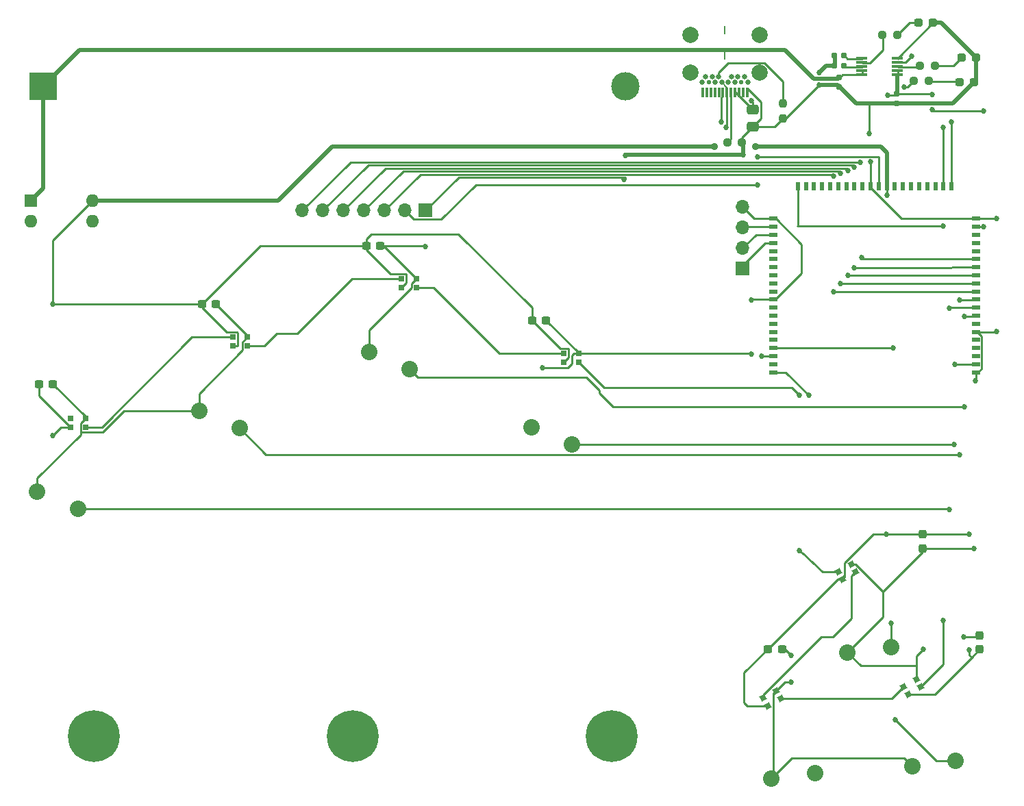
<source format=gbr>
%TF.GenerationSoftware,KiCad,Pcbnew,(5.99.0-9634-gb691c18bfc)*%
%TF.CreationDate,2021-03-09T21:57:16+01:00*%
%TF.ProjectId,keychordz,6b657963-686f-4726-947a-2e6b69636164,rev?*%
%TF.SameCoordinates,Original*%
%TF.FileFunction,Copper,L1,Top*%
%TF.FilePolarity,Positive*%
%FSLAX46Y46*%
G04 Gerber Fmt 4.6, Leading zero omitted, Abs format (unit mm)*
G04 Created by KiCad (PCBNEW (5.99.0-9634-gb691c18bfc)) date 2021-03-09 21:57:16*
%MOMM*%
%LPD*%
G01*
G04 APERTURE LIST*
G04 Aperture macros list*
%AMRoundRect*
0 Rectangle with rounded corners*
0 $1 Rounding radius*
0 $2 $3 $4 $5 $6 $7 $8 $9 X,Y pos of 4 corners*
0 Add a 4 corners polygon primitive as box body*
4,1,4,$2,$3,$4,$5,$6,$7,$8,$9,$2,$3,0*
0 Add four circle primitives for the rounded corners*
1,1,$1+$1,$2,$3*
1,1,$1+$1,$4,$5*
1,1,$1+$1,$6,$7*
1,1,$1+$1,$8,$9*
0 Add four rect primitives between the rounded corners*
20,1,$1+$1,$2,$3,$4,$5,0*
20,1,$1+$1,$4,$5,$6,$7,0*
20,1,$1+$1,$6,$7,$8,$9,0*
20,1,$1+$1,$8,$9,$2,$3,0*%
%AMRotRect*
0 Rectangle, with rotation*
0 The origin of the aperture is its center*
0 $1 length*
0 $2 width*
0 $3 Rotation angle, in degrees counterclockwise*
0 Add horizontal line*
21,1,$1,$2,0,0,$3*%
G04 Aperture macros list end*
%TA.AperFunction,SMDPad,CuDef*%
%ADD10R,0.200000X1.000000*%
%TD*%
%TA.AperFunction,ComponentPad*%
%ADD11C,2.010000*%
%TD*%
%TA.AperFunction,ComponentPad*%
%ADD12C,0.550000*%
%TD*%
%TA.AperFunction,ComponentPad*%
%ADD13C,0.650000*%
%TD*%
%TA.AperFunction,SMDPad,CuDef*%
%ADD14R,0.300000X1.200000*%
%TD*%
%TA.AperFunction,ComponentPad*%
%ADD15C,0.800000*%
%TD*%
%TA.AperFunction,ComponentPad*%
%ADD16C,6.400000*%
%TD*%
%TA.AperFunction,ComponentPad*%
%ADD17R,1.600000X1.600000*%
%TD*%
%TA.AperFunction,ComponentPad*%
%ADD18O,1.600000X1.600000*%
%TD*%
%TA.AperFunction,SMDPad,CuDef*%
%ADD19RoundRect,0.237500X-0.250000X-0.237500X0.250000X-0.237500X0.250000X0.237500X-0.250000X0.237500X0*%
%TD*%
%TA.AperFunction,SMDPad,CuDef*%
%ADD20R,0.700000X0.700000*%
%TD*%
%TA.AperFunction,SMDPad,CuDef*%
%ADD21RoundRect,0.237500X-0.287500X-0.237500X0.287500X-0.237500X0.287500X0.237500X-0.287500X0.237500X0*%
%TD*%
%TA.AperFunction,ComponentPad*%
%ADD22C,2.032000*%
%TD*%
%TA.AperFunction,SMDPad,CuDef*%
%ADD23RotRect,0.700000X0.700000X30.000000*%
%TD*%
%TA.AperFunction,SMDPad,CuDef*%
%ADD24R,1.000000X0.600000*%
%TD*%
%TA.AperFunction,SMDPad,CuDef*%
%ADD25R,0.600000X1.000000*%
%TD*%
%TA.AperFunction,SMDPad,CuDef*%
%ADD26RoundRect,0.237500X-0.237500X0.250000X-0.237500X-0.250000X0.237500X-0.250000X0.237500X0.250000X0*%
%TD*%
%TA.AperFunction,SMDPad,CuDef*%
%ADD27RoundRect,0.237500X0.250000X0.237500X-0.250000X0.237500X-0.250000X-0.237500X0.250000X-0.237500X0*%
%TD*%
%TA.AperFunction,SMDPad,CuDef*%
%ADD28RoundRect,0.160000X-0.197500X-0.160000X0.197500X-0.160000X0.197500X0.160000X-0.197500X0.160000X0*%
%TD*%
%TA.AperFunction,SMDPad,CuDef*%
%ADD29RoundRect,0.237500X-0.300000X-0.237500X0.300000X-0.237500X0.300000X0.237500X-0.300000X0.237500X0*%
%TD*%
%TA.AperFunction,SMDPad,CuDef*%
%ADD30RoundRect,0.250000X-0.475000X0.337500X-0.475000X-0.337500X0.475000X-0.337500X0.475000X0.337500X0*%
%TD*%
%TA.AperFunction,SMDPad,CuDef*%
%ADD31RoundRect,0.160000X0.197500X0.160000X-0.197500X0.160000X-0.197500X-0.160000X0.197500X-0.160000X0*%
%TD*%
%TA.AperFunction,ComponentPad*%
%ADD32R,1.700000X1.700000*%
%TD*%
%TA.AperFunction,ComponentPad*%
%ADD33O,1.700000X1.700000*%
%TD*%
%TA.AperFunction,SMDPad,CuDef*%
%ADD34R,1.400000X0.300000*%
%TD*%
%TA.AperFunction,SMDPad,CuDef*%
%ADD35RoundRect,0.237500X0.237500X-0.300000X0.237500X0.300000X-0.237500X0.300000X-0.237500X-0.300000X0*%
%TD*%
%TA.AperFunction,SMDPad,CuDef*%
%ADD36RoundRect,0.155000X-0.155000X0.212500X-0.155000X-0.212500X0.155000X-0.212500X0.155000X0.212500X0*%
%TD*%
%TA.AperFunction,ComponentPad*%
%ADD37R,3.500000X3.500000*%
%TD*%
%TA.AperFunction,ComponentPad*%
%ADD38C,3.500000*%
%TD*%
%TA.AperFunction,SMDPad,CuDef*%
%ADD39RoundRect,0.237500X-0.237500X0.300000X-0.237500X-0.300000X0.237500X-0.300000X0.237500X0.300000X0*%
%TD*%
%TA.AperFunction,ViaPad*%
%ADD40C,0.889000*%
%TD*%
%TA.AperFunction,ViaPad*%
%ADD41C,0.685800*%
%TD*%
%TA.AperFunction,Conductor*%
%ADD42C,0.254000*%
%TD*%
%TA.AperFunction,Conductor*%
%ADD43C,0.127000*%
%TD*%
%TA.AperFunction,Conductor*%
%ADD44C,0.508000*%
%TD*%
G04 APERTURE END LIST*
D10*
%TO.P,J1,MP2*%
%TO.N,N/C*%
X100000000Y-15700000D03*
%TO.P,J1,MP1*%
X100000000Y-18800000D03*
D11*
%TO.P,J1,MH4*%
X95730000Y-16250000D03*
%TO.P,J1,MH3*%
X104270000Y-16250000D03*
%TO.P,J1,MH2*%
X95730000Y-20980000D03*
%TO.P,J1,MH1*%
X104270000Y-20980000D03*
D12*
%TO.P,J1,GR1*%
X102000000Y-22130000D03*
%TO.P,J1,GN1*%
X98000000Y-22130000D03*
D13*
%TO.P,J1,B12*%
X102800000Y-22130000D03*
%TO.P,J1,B11*%
X102400000Y-21420000D03*
%TO.P,J1,B10*%
X101600000Y-21420000D03*
%TO.P,J1,B9*%
X101200000Y-22130000D03*
%TO.P,J1,B8,SBU2*%
%TO.N,unconnected-(J1-PadB8)*%
X100800000Y-21420000D03*
%TO.P,J1,B7,D-*%
%TO.N,USB_D-*%
X100400000Y-22130000D03*
%TO.P,J1,B6,D+*%
%TO.N,USB_D+*%
X99600000Y-22130000D03*
%TO.P,J1,B5,CC2*%
%TO.N,Net-(J1-PadB5)*%
X99200000Y-21420000D03*
%TO.P,J1,B4*%
%TO.N,N/C*%
X98800000Y-22130000D03*
%TO.P,J1,B3*%
X98400000Y-21420000D03*
%TO.P,J1,B2*%
X97600000Y-21420000D03*
%TO.P,J1,B1*%
X97200000Y-22130000D03*
D14*
%TO.P,J1,A12*%
X97250000Y-23380000D03*
%TO.P,J1,A11*%
X97750000Y-23380000D03*
%TO.P,J1,A10*%
X98250000Y-23380000D03*
%TO.P,J1,A9*%
X98750000Y-23380000D03*
%TO.P,J1,A8,SBU1*%
%TO.N,unconnected-(J1-PadA8)*%
X99250000Y-23380000D03*
%TO.P,J1,A7,D-*%
%TO.N,USB_D-*%
X99750000Y-23380000D03*
%TO.P,J1,A6,D+*%
%TO.N,USB_D+*%
X100250000Y-23380000D03*
%TO.P,J1,A5,CC1*%
%TO.N,Net-(J1-PadA5)*%
X100750000Y-23380000D03*
%TO.P,J1,A4,VBUS*%
%TO.N,+5V*%
X101250000Y-23380000D03*
%TO.P,J1,A3*%
%TO.N,N/C*%
X101750000Y-23380000D03*
%TO.P,J1,A2*%
X102250000Y-23380000D03*
%TO.P,J1,A1,GND*%
%TO.N,GND*%
X102750000Y-23380000D03*
%TD*%
D15*
%TO.P,MNT1,1*%
%TO.N,N/C*%
X87697056Y-104697056D03*
X83600000Y-103000000D03*
X84302944Y-104697056D03*
X84302944Y-101302944D03*
X86000000Y-105400000D03*
X86000000Y-100600000D03*
X88400000Y-103000000D03*
D16*
X86000000Y-103000000D03*
D15*
X87697056Y-101302944D03*
%TD*%
%TO.P,MNT2,1*%
%TO.N,N/C*%
X56400000Y-103000000D03*
X54000000Y-105400000D03*
X52302944Y-104697056D03*
X52302944Y-101302944D03*
X54000000Y-100600000D03*
X51600000Y-103000000D03*
D16*
X54000000Y-103000000D03*
D15*
X55697056Y-101302944D03*
X55697056Y-104697056D03*
%TD*%
D16*
%TO.P,MNT3,1*%
%TO.N,N/C*%
X22000000Y-103000000D03*
D15*
X19600000Y-103000000D03*
X20302944Y-104697056D03*
X22000000Y-105400000D03*
X24400000Y-103000000D03*
X20302944Y-101302944D03*
X23697056Y-104697056D03*
X23697056Y-101302944D03*
X22000000Y-100600000D03*
%TD*%
D17*
%TO.P,SW9,2,B*%
%TO.N,V_BAT_SW*%
X14200000Y-36750000D03*
D18*
%TO.P,SW9,4*%
%TO.N,N/C*%
X14200000Y-39290000D03*
%TO.P,SW9,3*%
X21820000Y-39290000D03*
%TO.P,SW9,1,A*%
%TO.N,V_BAT*%
X21820000Y-36750000D03*
%TD*%
D19*
%TO.P,R3,1*%
%TO.N,Net-(J1-PadA5)*%
X100265500Y-29620000D03*
%TO.P,R3,2*%
%TO.N,GND*%
X102090500Y-29620000D03*
%TD*%
D20*
%TO.P,D8,1,VDD*%
%TO.N,V_BAT*%
X60003000Y-47525000D03*
%TO.P,D8,2,DOUT*%
%TO.N,Net-(D7-Pad4)*%
X61833000Y-47525000D03*
%TO.P,D8,3,VSS*%
%TO.N,GND*%
X61833000Y-46425000D03*
%TO.P,D8,4,DIN*%
%TO.N,Net-(D8-Pad4)*%
X60003000Y-46425000D03*
%TD*%
D21*
%TO.P,D1,1,K*%
%TO.N,Net-(D1-Pad1)*%
X129247000Y-19084000D03*
%TO.P,D1,2,A*%
%TO.N,GND*%
X130997000Y-19084000D03*
%TD*%
%TO.P,D3,1,K*%
%TO.N,Net-(D3-Pad1)*%
X123913000Y-14766000D03*
%TO.P,D3,2,A*%
%TO.N,GND*%
X125663000Y-14766000D03*
%TD*%
D22*
%TO.P,SW1,1,1*%
%TO.N,Net-(SW1-Pad1)*%
X128516000Y-106061550D03*
%TO.P,SW1,2,2*%
%TO.N,GND*%
X123135873Y-106742897D03*
%TD*%
D23*
%TO.P,D4,1,VDD*%
%TO.N,V_BAT*%
X122622587Y-97815814D03*
%TO.P,D4,2,DOUT*%
%TO.N,Net-(D4-Pad2)*%
X124207413Y-96900814D03*
%TO.P,D4,3,VSS*%
%TO.N,GND*%
X123657413Y-95948186D03*
%TO.P,D4,4,DIN*%
%TO.N,Net-(D4-Pad4)*%
X122072587Y-96863186D03*
%TD*%
D24*
%TO.P,U1,A8,AIN7/P0.31*%
%TO.N,Net-(SW4-Pad1)*%
X131000000Y-57000000D03*
%TO.P,U1,A10,AIN5/P0.29*%
%TO.N,unconnected-(U1-PadA10)*%
X131000000Y-55000000D03*
%TO.P,U1,A12,AIN0/P0.02*%
%TO.N,unconnected-(U1-PadA12)*%
X131000000Y-56000000D03*
%TO.P,U1,A14,P1.15*%
%TO.N,Net-(SW2-Pad1)*%
X106000000Y-56000000D03*
%TO.P,U1,A16,P1.13*%
%TO.N,unconnected-(U1-PadA16)*%
X106000000Y-54000000D03*
%TO.P,U1,A20,P1.10*%
%TO.N,unconnected-(U1-PadA20)*%
X106000000Y-51000000D03*
%TO.P,U1,AA24,SWDCLK*%
%TO.N,SWDCLK*%
X106000000Y-42000000D03*
D25*
%TO.P,U1,AC9,P0.14*%
%TO.N,unconnected-(U1-PadAC9)*%
X125000000Y-35000000D03*
%TO.P,U1,AC11,P0.16*%
%TO.N,unconnected-(U1-PadAC11)*%
X123000000Y-35000000D03*
D24*
%TO.P,U1,AC13,P0.18/~RESET*%
%TO.N,RST*%
X106000000Y-40000000D03*
D25*
%TO.P,U1,AC15,P0.19*%
%TO.N,unconnected-(U1-PadAC15)*%
X121000000Y-35000000D03*
%TO.P,U1,AC17,P0.21*%
%TO.N,unconnected-(U1-PadAC17)*%
X114000000Y-35000000D03*
%TO.P,U1,AC19,P0.23*%
%TO.N,unconnected-(U1-PadAC19)*%
X112000000Y-35000000D03*
%TO.P,U1,AC21,P0.25*%
%TO.N,unconnected-(U1-PadAC21)*%
X110000000Y-35000000D03*
D24*
%TO.P,U1,AC24,SWDIO*%
%TO.N,SWDIO*%
X106000000Y-41000000D03*
%TO.P,U1,AD2,VBUS*%
%TO.N,+5V*%
X131000000Y-40000000D03*
D25*
%TO.P,U1,AD4,D-*%
%TO.N,USB_D-*%
X128000000Y-35000000D03*
%TO.P,U1,AD6,D+*%
%TO.N,USB_D+*%
X127000000Y-35000000D03*
%TO.P,U1,AD8,P0.13*%
%TO.N,unconnected-(U1-PadAD8)*%
X126000000Y-35000000D03*
%TO.P,U1,AD10,P0.15*%
%TO.N,unconnected-(U1-PadAD10)*%
X124000000Y-35000000D03*
%TO.P,U1,AD12,P0.17*%
%TO.N,unconnected-(U1-PadAD12)*%
X122000000Y-35000000D03*
%TO.P,U1,AD16,P0.20*%
%TO.N,unconnected-(U1-PadAD16)*%
X115000000Y-35000000D03*
%TO.P,U1,AD18,P0.22*%
%TO.N,unconnected-(U1-PadAD18)*%
X113000000Y-35000000D03*
%TO.P,U1,AD20,P0.24*%
%TO.N,unconnected-(U1-PadAD20)*%
X111000000Y-35000000D03*
%TO.P,U1,AD22,TRACEDATA0/P1.00*%
%TO.N,Net-(D4-Pad2)*%
X109000000Y-35000000D03*
%TO.P,U1,B1,VDD*%
%TO.N,Net-(J3-Pad2)*%
X119000000Y-35000000D03*
D24*
%TO.P,U1,B7,VSS*%
%TO.N,GND*%
X131000000Y-58000000D03*
X106000000Y-39000000D03*
D25*
X118000000Y-35000000D03*
D24*
X131000000Y-53000000D03*
X131000000Y-39000000D03*
X106000000Y-49000000D03*
%TO.P,U1,B9,AIN6/P0.30*%
%TO.N,unconnected-(U1-PadB9)*%
X131000000Y-54000000D03*
%TO.P,U1,B11,AIN4/P0.28*%
%TO.N,Net-(SW1-Pad1)*%
X106000000Y-58000000D03*
%TO.P,U1,B13,AIN1/P0.03*%
%TO.N,unconnected-(U1-PadB13)*%
X106000000Y-57000000D03*
%TO.P,U1,B15,P1.14*%
%TO.N,Net-(SW3-Pad1)*%
X106000000Y-55000000D03*
%TO.P,U1,B17,P1.12*%
%TO.N,unconnected-(U1-PadB17)*%
X106000000Y-53000000D03*
%TO.P,U1,B19,P1.11*%
%TO.N,unconnected-(U1-PadB19)*%
X106000000Y-52000000D03*
%TO.P,U1,G1,P0.26*%
%TO.N,Net-(SW5-Pad1)*%
X131000000Y-51000000D03*
%TO.P,U1,H2,P0.27*%
%TO.N,Net-(SW6-Pad1)*%
X131000000Y-50000000D03*
%TO.P,U1,J1,AIN2/P0.04*%
%TO.N,Net-(SW7-Pad1)*%
X131000000Y-49000000D03*
%TO.P,U1,J24,NFC2/P0.10*%
%TO.N,unconnected-(U1-PadJ24)*%
X106000000Y-50000000D03*
%TO.P,U1,K2,AIN3/P0.05*%
%TO.N,Net-(J3-Pad3)*%
X131000000Y-48000000D03*
%TO.P,U1,L1,P0.06*%
%TO.N,Net-(J3-Pad4)*%
X131000000Y-47000000D03*
%TO.P,U1,L24,NFC1/P0.09*%
%TO.N,unconnected-(U1-PadL24)*%
X106000000Y-48000000D03*
%TO.P,U1,M2,TRACECLK/P0.07*%
%TO.N,Net-(J3-Pad5)*%
X131000000Y-46000000D03*
%TO.P,U1,N1,P0.08*%
%TO.N,Net-(J3-Pad6)*%
X131000000Y-45000000D03*
%TO.P,U1,P2,P1.08*%
%TO.N,Net-(J3-Pad7)*%
X131000000Y-44000000D03*
%TO.P,U1,P23,P1.07*%
%TO.N,unconnected-(U1-PadP23)*%
X106000000Y-47000000D03*
%TO.P,U1,R1,TRACEDATA3/P1.09*%
%TO.N,unconnected-(U1-PadR1)*%
X131000000Y-43000000D03*
%TO.P,U1,R24,P1.06*%
%TO.N,unconnected-(U1-PadR24)*%
X106000000Y-46000000D03*
%TO.P,U1,T2,TRACEDATA2/P0.11*%
%TO.N,unconnected-(U1-PadT2)*%
X131000000Y-41000000D03*
%TO.P,U1,T23,P1.05*%
%TO.N,unconnected-(U1-PadT23)*%
X106000000Y-45000000D03*
%TO.P,U1,U1,TRACEDATA1/P0.12*%
%TO.N,unconnected-(U1-PadU1)*%
X131000000Y-42000000D03*
%TO.P,U1,U24,P1.04*%
%TO.N,unconnected-(U1-PadU24)*%
X106000000Y-44000000D03*
%TO.P,U1,V23,P1.03*%
%TO.N,unconnected-(U1-PadV23)*%
X106000000Y-43000000D03*
%TO.P,U1,W1,VDD*%
%TO.N,unconnected-(U1-PadW1)*%
X131000000Y-52000000D03*
D25*
%TO.P,U1,W25*%
%TO.N,N/C*%
X116000000Y-35000000D03*
%TO.P,U1,Y2,VDDH*%
%TO.N,V_BAT*%
X120000000Y-35000000D03*
%TO.P,U1,Y23,P1.01*%
%TO.N,unconnected-(U1-PadY23)*%
X117000000Y-35000000D03*
%TD*%
D22*
%TO.P,SW5,1,1*%
%TO.N,Net-(SW5-Pad1)*%
X61000000Y-57589000D03*
%TO.P,SW5,2,2*%
%TO.N,GND*%
X56000000Y-55489000D03*
%TD*%
D26*
%TO.P,R4,1*%
%TO.N,Net-(J1-PadB5)*%
X107164000Y-24777500D03*
%TO.P,R4,2*%
%TO.N,GND*%
X107164000Y-26602500D03*
%TD*%
D23*
%TO.P,D5,1,VDD*%
%TO.N,V_BAT*%
X105282587Y-99233814D03*
%TO.P,D5,2,DOUT*%
%TO.N,Net-(D4-Pad4)*%
X106867413Y-98318814D03*
%TO.P,D5,3,VSS*%
%TO.N,GND*%
X106317413Y-97366186D03*
%TO.P,D5,4,DIN*%
%TO.N,Net-(D5-Pad4)*%
X104732587Y-98281186D03*
%TD*%
D27*
%TO.P,R7,1*%
%TO.N,Net-(D3-Pad1)*%
X121279000Y-16290000D03*
%TO.P,R7,2*%
%TO.N,Net-(IC1-Pad7)*%
X119454000Y-16290000D03*
%TD*%
D28*
%TO.P,R6,1*%
%TO.N,GND*%
X113522500Y-18830000D03*
%TO.P,R6,2*%
%TO.N,Net-(IC1-Pad6)*%
X114717500Y-18830000D03*
%TD*%
D22*
%TO.P,SW6,1,1*%
%TO.N,Net-(SW6-Pad1)*%
X20000000Y-74900000D03*
%TO.P,SW6,2,2*%
%TO.N,GND*%
X15000000Y-72800000D03*
%TD*%
D29*
%TO.P,C29,1*%
%TO.N,V_BAT*%
X35369500Y-49546000D03*
%TO.P,C29,2*%
%TO.N,GND*%
X37094500Y-49546000D03*
%TD*%
%TO.P,C30,1*%
%TO.N,V_BAT*%
X15213500Y-59452000D03*
%TO.P,C30,2*%
%TO.N,GND*%
X16938500Y-59452000D03*
%TD*%
D30*
%TO.P,C22,1*%
%TO.N,+5V*%
X103464000Y-25534500D03*
%TO.P,C22,2*%
%TO.N,GND*%
X103464000Y-27609500D03*
%TD*%
D31*
%TO.P,R5,1*%
%TO.N,Net-(IC1-Pad8)*%
X114717500Y-20100000D03*
%TO.P,R5,2*%
%TO.N,GND*%
X113522500Y-20100000D03*
%TD*%
D27*
%TO.P,R1,1*%
%TO.N,Net-(D1-Pad1)*%
X125954500Y-20100000D03*
%TO.P,R1,2*%
%TO.N,Net-(IC1-Pad3)*%
X124129500Y-20100000D03*
%TD*%
D29*
%TO.P,C28,1*%
%TO.N,V_BAT*%
X55663000Y-42361000D03*
%TO.P,C28,2*%
%TO.N,GND*%
X57388000Y-42361000D03*
%TD*%
D22*
%TO.P,SW2,1,1*%
%TO.N,Net-(SW2-Pad1)*%
X111102000Y-107549550D03*
%TO.P,SW2,2,2*%
%TO.N,GND*%
X105721873Y-108230897D03*
%TD*%
D32*
%TO.P,J2,1,Pin_1*%
%TO.N,SWDCLK*%
X102200000Y-45180000D03*
D33*
%TO.P,J2,2,Pin_2*%
%TO.N,SWDIO*%
X102200000Y-42640000D03*
%TO.P,J2,3,Pin_3*%
%TO.N,RST*%
X102200000Y-40100000D03*
%TO.P,J2,4,Pin_4*%
%TO.N,GND*%
X102200000Y-37560000D03*
%TD*%
D34*
%TO.P,IC1,1,VDD_1*%
%TO.N,+5V*%
X121300000Y-21200000D03*
%TO.P,IC1,2,VDD_2*%
X121300000Y-20700000D03*
%TO.P,IC1,3,STAT1*%
%TO.N,Net-(IC1-Pad3)*%
X121300000Y-20200000D03*
%TO.P,IC1,4,STAT2*%
%TO.N,Net-(IC1-Pad4)*%
X121300000Y-19700000D03*
%TO.P,IC1,5,VSS*%
%TO.N,GND*%
X121300000Y-19200000D03*
%TO.P,IC1,6,PROG*%
%TO.N,Net-(IC1-Pad6)*%
X116900000Y-19200000D03*
%TO.P,IC1,7,~PG~/~TE*%
%TO.N,Net-(IC1-Pad7)*%
X116900000Y-19700000D03*
%TO.P,IC1,8,THERM*%
%TO.N,Net-(IC1-Pad8)*%
X116900000Y-20200000D03*
%TO.P,IC1,9,VBAT_1*%
%TO.N,V_BAT_SW*%
X116900000Y-20700000D03*
%TO.P,IC1,10,VBAT_2*%
X116900000Y-21200000D03*
%TD*%
D29*
%TO.P,C27,1*%
%TO.N,V_BAT*%
X76173500Y-51562000D03*
%TO.P,C27,2*%
%TO.N,GND*%
X77898500Y-51562000D03*
%TD*%
D22*
%TO.P,SW7,1,1*%
%TO.N,Net-(SW7-Pad1)*%
X40000000Y-64900000D03*
%TO.P,SW7,2,2*%
%TO.N,GND*%
X35000000Y-62800000D03*
%TD*%
D23*
%TO.P,D6,1,VDD*%
%TO.N,V_BAT*%
X114562587Y-83577314D03*
%TO.P,D6,2,DOUT*%
%TO.N,Net-(D5-Pad4)*%
X116147413Y-82662314D03*
%TO.P,D6,3,VSS*%
%TO.N,GND*%
X115597413Y-81709686D03*
%TO.P,D6,4,DIN*%
%TO.N,Net-(D6-Pad4)*%
X114012587Y-82624686D03*
%TD*%
D21*
%TO.P,D2,1,K*%
%TO.N,Net-(D2-Pad1)*%
X128993000Y-22132000D03*
%TO.P,D2,2,A*%
%TO.N,GND*%
X130743000Y-22132000D03*
%TD*%
D35*
%TO.P,C4,1*%
%TO.N,V_BAT*%
X131500000Y-92262500D03*
%TO.P,C4,2*%
%TO.N,GND*%
X131500000Y-90537500D03*
%TD*%
D22*
%TO.P,SW3,1,1*%
%TO.N,Net-(SW3-Pad1)*%
X120530000Y-91953050D03*
%TO.P,SW3,2,2*%
%TO.N,GND*%
X115149873Y-92634397D03*
%TD*%
D36*
%TO.P,C23,1*%
%TO.N,V_BAT_SW*%
X114120000Y-21564500D03*
%TO.P,C23,2*%
%TO.N,GND*%
X114120000Y-22699500D03*
%TD*%
D37*
%TO.P,BT1,1,+*%
%TO.N,V_BAT_SW*%
X15700000Y-22600000D03*
D38*
%TO.P,BT1,2,-*%
%TO.N,GND*%
X87700000Y-22600000D03*
%TD*%
D27*
%TO.P,R2,1*%
%TO.N,Net-(D2-Pad1)*%
X125192500Y-21972000D03*
%TO.P,R2,2*%
%TO.N,Net-(IC1-Pad4)*%
X123367500Y-21972000D03*
%TD*%
D22*
%TO.P,SW4,1,1*%
%TO.N,Net-(SW4-Pad1)*%
X81048000Y-66900000D03*
%TO.P,SW4,2,2*%
%TO.N,GND*%
X76048000Y-64800000D03*
%TD*%
D20*
%TO.P,D10,1,VDD*%
%TO.N,V_BAT*%
X19125000Y-64791500D03*
%TO.P,D10,2,DOUT*%
%TO.N,Net-(D10-Pad2)*%
X20955000Y-64791500D03*
%TO.P,D10,3,VSS*%
%TO.N,GND*%
X20955000Y-63691500D03*
%TO.P,D10,4,DIN*%
%TO.N,unconnected-(D10-Pad4)*%
X19125000Y-63691500D03*
%TD*%
D36*
%TO.P,C24,1*%
%TO.N,+5V*%
X121232000Y-23596500D03*
%TO.P,C24,2*%
%TO.N,GND*%
X121232000Y-24731500D03*
%TD*%
D39*
%TO.P,C26,1*%
%TO.N,V_BAT*%
X124400000Y-78037500D03*
%TO.P,C26,2*%
%TO.N,GND*%
X124400000Y-79762500D03*
%TD*%
D29*
%TO.P,C25,1*%
%TO.N,V_BAT*%
X105337500Y-92200000D03*
%TO.P,C25,2*%
%TO.N,GND*%
X107062500Y-92200000D03*
%TD*%
D32*
%TO.P,J3,1,Pin_1*%
%TO.N,GND*%
X63000000Y-38000000D03*
D33*
%TO.P,J3,2,Pin_2*%
%TO.N,Net-(J3-Pad2)*%
X60460000Y-38000000D03*
%TO.P,J3,3,Pin_3*%
%TO.N,Net-(J3-Pad3)*%
X57920000Y-38000000D03*
%TO.P,J3,4,Pin_4*%
%TO.N,Net-(J3-Pad4)*%
X55380000Y-38000000D03*
%TO.P,J3,5,Pin_5*%
%TO.N,Net-(J3-Pad5)*%
X52840000Y-38000000D03*
%TO.P,J3,6,Pin_6*%
%TO.N,Net-(J3-Pad6)*%
X50300000Y-38000000D03*
%TO.P,J3,7,Pin_7*%
%TO.N,Net-(J3-Pad7)*%
X47760000Y-38000000D03*
%TD*%
D20*
%TO.P,D7,1,VDD*%
%TO.N,V_BAT*%
X80085000Y-56774500D03*
%TO.P,D7,2,DOUT*%
%TO.N,Net-(D6-Pad4)*%
X81915000Y-56774500D03*
%TO.P,D7,3,VSS*%
%TO.N,GND*%
X81915000Y-55674500D03*
%TO.P,D7,4,DIN*%
%TO.N,Net-(D7-Pad4)*%
X80085000Y-55674500D03*
%TD*%
%TO.P,D9,1,VDD*%
%TO.N,V_BAT*%
X39154000Y-54758500D03*
%TO.P,D9,2,DOUT*%
%TO.N,Net-(D8-Pad4)*%
X40984000Y-54758500D03*
%TO.P,D9,3,VSS*%
%TO.N,GND*%
X40984000Y-53658500D03*
%TO.P,D9,4,DIN*%
%TO.N,Net-(D10-Pad2)*%
X39154000Y-53658500D03*
%TD*%
D40*
%TO.N,V_BAT*%
X98679000Y-30099000D03*
X103759000Y-30099000D03*
D41*
%TO.N,Net-(IC1-Pad4)*%
X122174000Y-22733000D03*
X123063000Y-18923000D03*
%TO.N,GND*%
X117856000Y-28448000D03*
X117983000Y-31965900D03*
%TO.N,+5V*%
X120142000Y-23749000D03*
X103251000Y-24384000D03*
%TO.N,V_BAT*%
X119947500Y-78037500D03*
X120015000Y-36068000D03*
%TO.N,GND*%
X133604000Y-38989000D03*
X133604000Y-52959000D03*
%TO.N,+5V*%
X131953000Y-40005000D03*
X131953000Y-25654000D03*
X125603000Y-23622000D03*
X125603000Y-25527000D03*
%TO.N,GND*%
X111647000Y-22483500D03*
X111647000Y-20983500D03*
%TO.N,USB_D-*%
X128016000Y-27051000D03*
X99568000Y-27051000D03*
%TO.N,USB_D+*%
X100153100Y-27686000D03*
X127000000Y-27686000D03*
%TO.N,GND*%
X87700000Y-31172000D03*
X102235000Y-31115000D03*
%TO.N,Net-(J3-Pad3)*%
X113411000Y-48006000D03*
X113411000Y-33743900D03*
%TO.N,Net-(J3-Pad4)*%
X114300000Y-46990000D03*
X114300000Y-33401000D03*
%TO.N,Net-(J3-Pad5)*%
X115189000Y-45974000D03*
X115189000Y-33020000D03*
%TO.N,Net-(D4-Pad2)*%
X127000000Y-39878000D03*
%TO.N,Net-(J3-Pad6)*%
X115951000Y-45085000D03*
X115951000Y-32596900D03*
%TO.N,Net-(J3-Pad7)*%
X116713000Y-32004000D03*
X116901356Y-43787060D03*
%TO.N,Net-(J3-Pad2)*%
X104013000Y-34798000D03*
X104013000Y-31369000D03*
%TO.N,GND*%
X87503000Y-34124900D03*
X62992000Y-42418000D03*
%TO.N,V_BAT*%
X130175000Y-92329000D03*
X130175000Y-77978000D03*
%TO.N,GND*%
X130937000Y-59055000D03*
X130810000Y-79756000D03*
%TO.N,Net-(SW5-Pad1)*%
X129628900Y-51054000D03*
X129628900Y-62230000D03*
%TO.N,GND*%
X77470000Y-57404000D03*
X103251000Y-49022000D03*
X103251000Y-55753000D03*
%TO.N,Net-(SW7-Pad1)*%
X129032000Y-49022000D03*
X129032000Y-68199000D03*
%TO.N,V_BAT*%
X16891000Y-49530000D03*
X16891000Y-65786000D03*
%TO.N,Net-(SW4-Pad1)*%
X128397000Y-57023000D03*
X128358900Y-66929000D03*
%TO.N,Net-(SW6-Pad1)*%
X127762000Y-50038000D03*
X127762000Y-74930000D03*
%TO.N,Net-(D6-Pad4)*%
X109220000Y-80010000D03*
X109220000Y-60833000D03*
%TO.N,Net-(SW2-Pad1)*%
X104521000Y-56007000D03*
%TO.N,Net-(D4-Pad2)*%
X127000000Y-88646000D03*
%TO.N,Net-(SW1-Pad1)*%
X110363000Y-60833000D03*
X121031000Y-100965000D03*
%TO.N,Net-(SW3-Pad1)*%
X120777000Y-54991000D03*
X120523000Y-89027000D03*
%TO.N,GND*%
X108204000Y-96266000D03*
X108204000Y-92964000D03*
X129540000Y-90678000D03*
X124532120Y-92202000D03*
%TD*%
D42*
%TO.N,GND*%
X107164000Y-26602500D02*
X107528000Y-26602500D01*
X107528000Y-26602500D02*
X111647000Y-22483500D01*
%TO.N,Net-(J1-PadB5)*%
X100389011Y-19720989D02*
X100054020Y-20055980D01*
X104874326Y-19720989D02*
X100389011Y-19720989D01*
X107164000Y-24777500D02*
X107164000Y-22010663D01*
X107164000Y-22010663D02*
X104874326Y-19720989D01*
X100389011Y-19720989D02*
X99200000Y-20910000D01*
X99200000Y-20910000D02*
X99200000Y-21420000D01*
D43*
%TO.N,USB_D+*%
X99600000Y-22130000D02*
X100250000Y-22780000D01*
X100250000Y-22780000D02*
X100250000Y-23380000D01*
D44*
%TO.N,V_BAT*%
X103759000Y-30099000D02*
X119253000Y-30099000D01*
X49911000Y-31623000D02*
X51435000Y-30099000D01*
X21820000Y-36750000D02*
X44784000Y-36750000D01*
X51435000Y-30099000D02*
X98679000Y-30099000D01*
X44784000Y-36750000D02*
X49911000Y-31623000D01*
X120000000Y-30876000D02*
X120000000Y-35000000D01*
X119253000Y-30099000D02*
X120015000Y-30861000D01*
X120015000Y-30861000D02*
X120000000Y-30876000D01*
D42*
%TO.N,Net-(IC1-Pad4)*%
X121300000Y-19700000D02*
X122286000Y-19700000D01*
X122286000Y-19700000D02*
X123063000Y-18923000D01*
X122174000Y-22733000D02*
X122606500Y-22733000D01*
X122606500Y-22733000D02*
X123367500Y-21972000D01*
D44*
%TO.N,V_BAT_SW*%
X110871000Y-21590000D02*
X110988411Y-21707411D01*
X110988411Y-21707411D02*
X113977089Y-21707411D01*
X113977089Y-21707411D02*
X114120000Y-21564500D01*
X15700000Y-22600000D02*
X20171020Y-18128980D01*
X20171020Y-18128980D02*
X107451029Y-18128980D01*
X107451029Y-18128980D02*
X110871000Y-21590000D01*
%TO.N,GND*%
X121285000Y-24765000D02*
X117856000Y-24765000D01*
D42*
X118000000Y-35000000D02*
X118000000Y-31982900D01*
X118000000Y-31982900D02*
X117983000Y-31965900D01*
D44*
X117856000Y-24765000D02*
X116205000Y-24765000D01*
D42*
X117856000Y-28448000D02*
X117856000Y-24765000D01*
%TO.N,+5V*%
X103464000Y-25534500D02*
X103464000Y-24597000D01*
X103464000Y-24597000D02*
X103251000Y-24384000D01*
X120142000Y-23749000D02*
X121079500Y-23749000D01*
X121079500Y-23749000D02*
X121232000Y-23596500D01*
%TO.N,V_BAT*%
X55663000Y-42361000D02*
X42554500Y-42361000D01*
X42554500Y-42361000D02*
X35369500Y-49546000D01*
X55663000Y-41492000D02*
X55663000Y-42361000D01*
X76173500Y-51562000D02*
X76173500Y-50011500D01*
X76173500Y-50011500D02*
X67056000Y-40894000D01*
X67056000Y-40894000D02*
X56261000Y-40894000D01*
X56261000Y-40894000D02*
X55663000Y-41492000D01*
X118304141Y-78037500D02*
X119947500Y-78037500D01*
X119947500Y-78037500D02*
X124400000Y-78037500D01*
%TO.N,Net-(SW3-Pad1)*%
X120777000Y-54991000D02*
X110354000Y-55000000D01*
X110354000Y-55000000D02*
X106000000Y-55000000D01*
%TO.N,V_BAT*%
X120000000Y-36053000D02*
X120015000Y-36068000D01*
X120000000Y-35000000D02*
X120000000Y-36053000D01*
%TO.N,GND*%
X131000000Y-53000000D02*
X133563000Y-53000000D01*
X133563000Y-53000000D02*
X133604000Y-52959000D01*
X133604000Y-38989000D02*
X133593000Y-39000000D01*
X133593000Y-39000000D02*
X131000000Y-39000000D01*
%TO.N,+5V*%
X125603000Y-25527000D02*
X125730000Y-25654000D01*
X125730000Y-25654000D02*
X131953000Y-25654000D01*
X131953000Y-40005000D02*
X131005000Y-40005000D01*
X131005000Y-40005000D02*
X131000000Y-40000000D01*
X121232000Y-23596500D02*
X125577500Y-23596500D01*
X125577500Y-23596500D02*
X125603000Y-23622000D01*
D44*
%TO.N,GND*%
X111647000Y-22483500D02*
X113923500Y-22483500D01*
D42*
%TO.N,V_BAT_SW*%
X116953000Y-21233500D02*
X114537500Y-21233500D01*
X116953000Y-20733500D02*
X116953000Y-21233500D01*
X114537500Y-21233500D02*
X114173000Y-21598000D01*
%TO.N,Net-(IC1-Pad3)*%
X124082500Y-20233500D02*
X124182500Y-20133500D01*
X121353000Y-20233500D02*
X124082500Y-20233500D01*
%TO.N,Net-(D1-Pad1)*%
X128284000Y-20133500D02*
X129300000Y-19117500D01*
D44*
%TO.N,GND*%
X112497000Y-20133500D02*
X111647000Y-20983500D01*
X113575500Y-20133500D02*
X112497000Y-20133500D01*
D42*
%TO.N,Net-(D1-Pad1)*%
X126007500Y-20133500D02*
X128284000Y-20133500D01*
%TO.N,Net-(D2-Pad1)*%
X125245500Y-22005500D02*
X128886000Y-22005500D01*
X128886000Y-22005500D02*
X129046000Y-22165500D01*
%TO.N,Net-(D3-Pad1)*%
X122856000Y-14799500D02*
X121332000Y-16323500D01*
X123966000Y-14799500D02*
X122856000Y-14799500D01*
%TO.N,Net-(IC1-Pad7)*%
X116953000Y-19733500D02*
X117907000Y-19733500D01*
%TO.N,Net-(IC1-Pad8)*%
X114870500Y-20233500D02*
X114770500Y-20133500D01*
D44*
%TO.N,+5V*%
X121285000Y-22721500D02*
X121285000Y-21301500D01*
X121285000Y-23630000D02*
X121285000Y-22721500D01*
X121285000Y-21301500D02*
X121353000Y-21233500D01*
%TO.N,GND*%
X126732000Y-14799500D02*
X131050000Y-19117500D01*
X131050000Y-21911500D02*
X130796000Y-22165500D01*
X113575500Y-18863500D02*
X113575500Y-20133500D01*
X128196500Y-24765000D02*
X130796000Y-22165500D01*
X121285000Y-24765000D02*
X128196500Y-24765000D01*
X113923500Y-22483500D02*
X114173000Y-22733000D01*
D42*
%TO.N,Net-(IC1-Pad7)*%
X117907000Y-19733500D02*
X119507000Y-18133500D01*
X119507000Y-18133500D02*
X119507000Y-16323500D01*
%TO.N,+5V*%
X121353000Y-20733500D02*
X121353000Y-21233500D01*
%TO.N,Net-(IC1-Pad8)*%
X116953000Y-20233500D02*
X114870500Y-20233500D01*
%TO.N,Net-(IC1-Pad6)*%
X116953000Y-19233500D02*
X115140500Y-19233500D01*
X115140500Y-19233500D02*
X114770500Y-18863500D01*
D44*
%TO.N,GND*%
X125716000Y-14799500D02*
X126732000Y-14799500D01*
D42*
X121353000Y-19162500D02*
X125716000Y-14799500D01*
D44*
X131050000Y-19117500D02*
X131050000Y-21911500D01*
D42*
X121353000Y-19233500D02*
X121353000Y-19162500D01*
D44*
X116205000Y-24765000D02*
X114173000Y-22733000D01*
D42*
%TO.N,USB_D-*%
X99568000Y-24003000D02*
X99750000Y-23821000D01*
X128000000Y-27067000D02*
X128016000Y-27051000D01*
X128000000Y-35000000D02*
X128000000Y-27067000D01*
X99750000Y-23821000D02*
X99750000Y-22920000D01*
X99568000Y-27051000D02*
X99568000Y-24003000D01*
%TO.N,USB_D+*%
X127000000Y-35000000D02*
X127000000Y-27686000D01*
X100250000Y-27589100D02*
X100250000Y-22920000D01*
X100153100Y-27686000D02*
X100250000Y-27589100D01*
%TO.N,Net-(J1-PadA5)*%
X100265500Y-29620000D02*
X100750000Y-29135500D01*
X100750000Y-29135500D02*
X100750000Y-22920000D01*
D44*
%TO.N,GND*%
X102235000Y-31115000D02*
X87757000Y-31115000D01*
D42*
X87757000Y-31115000D02*
X87700000Y-31172000D01*
X102750000Y-22920000D02*
X104443020Y-24613020D01*
X104443020Y-24613020D02*
X104443020Y-26630480D01*
X104443020Y-26630480D02*
X103464000Y-27609500D01*
%TO.N,+5V*%
X103464000Y-25534500D02*
X101250000Y-23320500D01*
X101250000Y-23320500D02*
X101250000Y-22920000D01*
%TO.N,GND*%
X103464000Y-27609500D02*
X106157000Y-27609500D01*
X106157000Y-27609500D02*
X107164000Y-26602500D01*
X102090500Y-29620000D02*
X102090500Y-28983000D01*
X102090500Y-28983000D02*
X103464000Y-27609500D01*
D44*
X102235000Y-31115000D02*
X102235000Y-29764500D01*
D42*
X102235000Y-29764500D02*
X102090500Y-29620000D01*
%TO.N,Net-(J3-Pad3)*%
X104267000Y-33528000D02*
X113195100Y-33528000D01*
X113195100Y-33528000D02*
X113411000Y-33743900D01*
X113411000Y-48006000D02*
X128016000Y-48006000D01*
X113411000Y-48006000D02*
X118745000Y-48006000D01*
%TO.N,Net-(J3-Pad4)*%
X114300000Y-46990000D02*
X128016000Y-46990000D01*
X104521000Y-33147000D02*
X114046000Y-33147000D01*
X114046000Y-33147000D02*
X114300000Y-33401000D01*
X114300000Y-46990000D02*
X118364000Y-46990000D01*
%TO.N,Net-(J3-Pad5)*%
X104688312Y-32766000D02*
X114935000Y-32766000D01*
X114935000Y-32766000D02*
X115189000Y-33020000D01*
X115189000Y-45974000D02*
X117896312Y-45974000D01*
X115189000Y-45974000D02*
X128016000Y-45974000D01*
%TO.N,Net-(D4-Pad2)*%
X127000000Y-39878000D02*
X108966000Y-39878000D01*
X108966000Y-39878000D02*
X109000000Y-39844000D01*
X109000000Y-39844000D02*
X109000000Y-35000000D01*
%TO.N,Net-(J3-Pad6)*%
X104775000Y-32385000D02*
X104846156Y-32385000D01*
X69596000Y-32385000D02*
X104775000Y-32385000D01*
X104775000Y-32385000D02*
X115739100Y-32385000D01*
X115739100Y-32385000D02*
X115951000Y-32596900D01*
X115951000Y-45085000D02*
X117546157Y-45085000D01*
X115951000Y-45085000D02*
X128016000Y-45085000D01*
%TO.N,Net-(J3-Pad7)*%
X116709000Y-32000000D02*
X116713000Y-32004000D01*
X105000000Y-32000000D02*
X116709000Y-32000000D01*
%TO.N,Net-(J3-Pad2)*%
X104013000Y-31369000D02*
X118999000Y-31369000D01*
X118999000Y-31369000D02*
X118999000Y-32131000D01*
X64908989Y-39104011D02*
X69215000Y-34798000D01*
X61564011Y-39104011D02*
X64908989Y-39104011D01*
X60460000Y-38000000D02*
X61564011Y-39104011D01*
X69215000Y-34798000D02*
X104013000Y-34798000D01*
%TO.N,GND*%
X87287100Y-33909000D02*
X87503000Y-34124900D01*
X67183000Y-33909000D02*
X87287100Y-33909000D01*
X63000000Y-38000000D02*
X67091000Y-33909000D01*
X67091000Y-33909000D02*
X67183000Y-33909000D01*
X87503000Y-34124900D02*
X87700000Y-33927900D01*
%TO.N,Net-(J3-Pad2)*%
X118999000Y-32131000D02*
X119000000Y-32132000D01*
X119000000Y-32132000D02*
X119000000Y-35000000D01*
%TO.N,GND*%
X62935000Y-42361000D02*
X62992000Y-42418000D01*
X58639000Y-42361000D02*
X62935000Y-42361000D01*
%TO.N,V_BAT*%
X125946686Y-97815814D02*
X130486750Y-93275750D01*
X130486750Y-93275750D02*
X131500000Y-92262500D01*
X130175000Y-92964000D02*
X130486750Y-93275750D01*
X130175000Y-92329000D02*
X130175000Y-92964000D01*
X124400000Y-78037500D02*
X130115500Y-78037500D01*
X130115500Y-78037500D02*
X130175000Y-77978000D01*
X131433500Y-92329000D02*
X131500000Y-92262500D01*
%TO.N,GND*%
X130810000Y-79756000D02*
X130803500Y-79762500D01*
X130803500Y-79762500D02*
X124400000Y-79762500D01*
X131000000Y-58000000D02*
X131000000Y-58992000D01*
X131000000Y-58992000D02*
X130937000Y-59055000D01*
X131000000Y-58000000D02*
X131257220Y-58000000D01*
X131257220Y-58000000D02*
X131754011Y-57503209D01*
X131754011Y-57503209D02*
X131754011Y-53554011D01*
X131754011Y-53554011D02*
X131200000Y-53000000D01*
X131200000Y-53000000D02*
X131000000Y-53000000D01*
%TO.N,Net-(SW5-Pad1)*%
X86142716Y-62230000D02*
X89154000Y-62230000D01*
X84455000Y-60542284D02*
X86142716Y-62230000D01*
X84455000Y-60198000D02*
X84455000Y-60542284D01*
X61000000Y-57589000D02*
X62015999Y-58604999D01*
X62015999Y-58604999D02*
X82861999Y-58604999D01*
X82861999Y-58604999D02*
X84455000Y-60198000D01*
X89154000Y-62230000D02*
X129628900Y-62230000D01*
X129628900Y-51054000D02*
X130946000Y-51054000D01*
X130946000Y-51054000D02*
X131000000Y-51000000D01*
%TO.N,GND*%
X81070031Y-56946689D02*
X80612720Y-57404000D01*
X81070031Y-55915469D02*
X81070031Y-56946689D01*
X81311000Y-55674500D02*
X81070031Y-55915469D01*
X80612720Y-57404000D02*
X77470000Y-57404000D01*
X81915000Y-55674500D02*
X81311000Y-55674500D01*
X56000000Y-55489000D02*
X56000000Y-52793921D01*
X56000000Y-52793921D02*
X61228989Y-47564932D01*
X61228989Y-47564932D02*
X61228989Y-47029011D01*
X61228989Y-47029011D02*
X61833000Y-46425000D01*
X103251000Y-49022000D02*
X103146000Y-49000000D01*
X103146000Y-49000000D02*
X106000000Y-49000000D01*
X81915000Y-55674500D02*
X103172500Y-55674500D01*
X103172500Y-55674500D02*
X103251000Y-55753000D01*
%TO.N,Net-(SW7-Pad1)*%
X40000000Y-64900000D02*
X43270011Y-68170011D01*
X43270011Y-68170011D02*
X129003011Y-68170011D01*
X129003011Y-68170011D02*
X129032000Y-68199000D01*
X129032000Y-49022000D02*
X130978000Y-49022000D01*
X130978000Y-49022000D02*
X131000000Y-49000000D01*
%TO.N,GND*%
X40984000Y-53658500D02*
X40379989Y-54262511D01*
X40379989Y-55251011D02*
X35000000Y-60631000D01*
X40379989Y-54262511D02*
X40379989Y-55251011D01*
X35000000Y-60631000D02*
X35000000Y-62800000D01*
X20955000Y-63691500D02*
X20350989Y-64295511D01*
X20350989Y-64295511D02*
X20350989Y-65344709D01*
X25719000Y-62800000D02*
X35000000Y-62800000D01*
X20350989Y-65344709D02*
X20401791Y-65395511D01*
X20401791Y-65395511D02*
X23123489Y-65395511D01*
X23123489Y-65395511D02*
X25719000Y-62800000D01*
%TO.N,V_BAT*%
X21820000Y-36750000D02*
X16891000Y-41679000D01*
X16891000Y-41679000D02*
X16891000Y-49530000D01*
X19125000Y-64791500D02*
X17885500Y-64791500D01*
X17885500Y-64791500D02*
X16891000Y-65786000D01*
X16891000Y-49530000D02*
X16907000Y-49546000D01*
X16907000Y-49546000D02*
X35369500Y-49546000D01*
X35369500Y-49546000D02*
X35369500Y-50021000D01*
X35369500Y-50021000D02*
X38402989Y-53054489D01*
X38402989Y-53054489D02*
X39707209Y-53054489D01*
X39707209Y-53054489D02*
X39758011Y-53105291D01*
X39758011Y-53105291D02*
X39758011Y-54758489D01*
X39758011Y-54758489D02*
X39758000Y-54758500D01*
X39758000Y-54758500D02*
X39154000Y-54758500D01*
%TO.N,GND*%
X37094500Y-49546000D02*
X40984000Y-53435500D01*
X40984000Y-53435500D02*
X40984000Y-53658500D01*
X57388000Y-42361000D02*
X58639000Y-42361000D01*
X57388000Y-42361000D02*
X57769000Y-42361000D01*
X57769000Y-42361000D02*
X61833000Y-46425000D01*
%TO.N,V_BAT*%
X55663000Y-42361000D02*
X55663000Y-42836000D01*
X55663000Y-42836000D02*
X58647989Y-45820989D01*
X58647989Y-45820989D02*
X60556209Y-45820989D01*
X60556209Y-45820989D02*
X60607011Y-45871791D01*
X60607011Y-45871791D02*
X60607011Y-46920989D01*
X60607011Y-46920989D02*
X60003000Y-47525000D01*
%TO.N,GND*%
X77898500Y-51562000D02*
X81915000Y-55578500D01*
X81915000Y-55578500D02*
X81915000Y-55674500D01*
%TO.N,V_BAT*%
X76173500Y-51562000D02*
X79681989Y-55070489D01*
X79681989Y-55070489D02*
X80638209Y-55070489D01*
X80638209Y-55070489D02*
X80689011Y-55121291D01*
X80689011Y-55121291D02*
X80689011Y-56170489D01*
X80689011Y-56170489D02*
X80085000Y-56774500D01*
%TO.N,Net-(SW4-Pad1)*%
X81048000Y-66900000D02*
X128329900Y-66900000D01*
X128329900Y-66900000D02*
X128358900Y-66929000D01*
X128397000Y-57023000D02*
X128420000Y-57000000D01*
X128420000Y-57000000D02*
X131000000Y-57000000D01*
%TO.N,Net-(SW2-Pad1)*%
X104521000Y-56007000D02*
X105993000Y-56007000D01*
X105993000Y-56007000D02*
X106000000Y-56000000D01*
%TO.N,Net-(SW6-Pad1)*%
X127762000Y-50038000D02*
X127800000Y-50000000D01*
X127800000Y-50000000D02*
X131000000Y-50000000D01*
X95661000Y-74900000D02*
X127732000Y-74900000D01*
X127732000Y-74900000D02*
X127762000Y-74930000D01*
%TO.N,Net-(D6-Pad4)*%
X91899079Y-59895079D02*
X85035579Y-59895079D01*
X92026079Y-59895079D02*
X91899079Y-59895079D01*
X91899079Y-59895079D02*
X108282079Y-59895079D01*
X109220000Y-80010000D02*
X109232968Y-80010000D01*
X108282079Y-59895079D02*
X109220000Y-60833000D01*
X109474000Y-80264000D02*
X109607484Y-80384516D01*
X109607484Y-80384516D02*
X112088686Y-82624686D01*
X109232968Y-80010000D02*
X109607484Y-80384516D01*
X112088686Y-82624686D02*
X114012587Y-82624686D01*
%TO.N,Net-(D4-Pad2)*%
X127000000Y-94108227D02*
X125129020Y-95979207D01*
X127000000Y-88646000D02*
X127000000Y-94108227D01*
X127000000Y-94108227D02*
X124207413Y-96900814D01*
%TO.N,Net-(SW6-Pad1)*%
X20000000Y-74900000D02*
X95661000Y-74900000D01*
%TO.N,GND*%
X20350989Y-64295511D02*
X20350989Y-65735599D01*
X20350989Y-65735599D02*
X15000000Y-71086588D01*
X15000000Y-71086588D02*
X15000000Y-72800000D01*
%TO.N,V_BAT*%
X19125000Y-64791500D02*
X15213500Y-60880000D01*
X15213500Y-60880000D02*
X15213500Y-59452000D01*
%TO.N,GND*%
X20955000Y-63691500D02*
X20955000Y-63468500D01*
X20955000Y-63468500D02*
X16938500Y-59452000D01*
%TO.N,Net-(D10-Pad2)*%
X22965500Y-64791500D02*
X20955000Y-64791500D01*
X39154000Y-53658500D02*
X34098500Y-53658500D01*
X34098500Y-53658500D02*
X22965500Y-64791500D01*
%TO.N,Net-(D8-Pad4)*%
X43031500Y-54758500D02*
X40984000Y-54758500D01*
X44577000Y-53213000D02*
X43031500Y-54758500D01*
X60003000Y-46425000D02*
X53905000Y-46425000D01*
X53905000Y-46425000D02*
X47117000Y-53213000D01*
X47117000Y-53213000D02*
X44577000Y-53213000D01*
%TO.N,Net-(D7-Pad4)*%
X80085000Y-55674500D02*
X72120784Y-55674500D01*
X63971284Y-47525000D02*
X61833000Y-47525000D01*
X72120784Y-55674500D02*
X63971284Y-47525000D01*
%TO.N,Net-(D6-Pad4)*%
X85035579Y-59895079D02*
X81915000Y-56774500D01*
%TO.N,Net-(SW1-Pad1)*%
X110363000Y-60833000D02*
X107530000Y-58000000D01*
X128516000Y-106061550D02*
X126127550Y-106061550D01*
X126127550Y-106061550D02*
X121031000Y-100965000D01*
X107530000Y-58000000D02*
X106000000Y-58000000D01*
%TO.N,GND*%
X123135873Y-106742897D02*
X122119874Y-105726898D01*
X122119874Y-105726898D02*
X108225872Y-105726898D01*
X108225872Y-105726898D02*
X105721873Y-108230897D01*
%TO.N,Net-(SW3-Pad1)*%
X120530000Y-91953050D02*
X120530000Y-89034000D01*
X120530000Y-89034000D02*
X120523000Y-89027000D01*
%TO.N,V_BAT*%
X114562587Y-83577314D02*
X114818805Y-83321096D01*
X114818805Y-83321096D02*
X114818805Y-81522836D01*
X114818805Y-81522836D02*
X118304141Y-78037500D01*
%TO.N,GND*%
X124400000Y-79762500D02*
X124400000Y-80246485D01*
X124400000Y-80246485D02*
X119548521Y-85097964D01*
X115597413Y-81709686D02*
X116160243Y-81709686D01*
X116160243Y-81709686D02*
X119548521Y-85097964D01*
X119548521Y-85097964D02*
X119548521Y-88235749D01*
X119548521Y-88235749D02*
X115149873Y-92634397D01*
%TO.N,V_BAT*%
X105337500Y-92200000D02*
X113960186Y-83577314D01*
X113960186Y-83577314D02*
X114562587Y-83577314D01*
%TO.N,GND*%
X108204000Y-96266000D02*
X107417599Y-96266000D01*
X107417599Y-96266000D02*
X106317413Y-97366186D01*
X107440000Y-92200000D02*
X108204000Y-92964000D01*
X107062500Y-92200000D02*
X107440000Y-92200000D01*
%TO.N,Net-(D5-Pad4)*%
X104732587Y-98281186D02*
X104732587Y-97877041D01*
X104732587Y-97877041D02*
X111911207Y-90698421D01*
X111911207Y-90698421D02*
X113347223Y-90698421D01*
X113347223Y-90698421D02*
X115611479Y-88434165D01*
X115611479Y-88434165D02*
X115611479Y-83198248D01*
X115611479Y-83198248D02*
X116147413Y-82662314D01*
%TO.N,GND*%
X105721873Y-108230897D02*
X106014716Y-107938054D01*
X106014716Y-107938054D02*
X106014716Y-97668883D01*
X106014716Y-97668883D02*
X106317413Y-97366186D01*
%TO.N,V_BAT*%
X105285000Y-92200000D02*
X105337500Y-92200000D01*
X105282587Y-99233814D02*
X102789814Y-99233814D01*
X102789814Y-99233814D02*
X102362000Y-98806000D01*
X102362000Y-98806000D02*
X102362000Y-95123000D01*
X102362000Y-95123000D02*
X105285000Y-92200000D01*
%TO.N,Net-(D4-Pad4)*%
X106867413Y-98318814D02*
X120616959Y-98318814D01*
X120616959Y-98318814D02*
X122072587Y-96863186D01*
%TO.N,GND*%
X123657413Y-95948186D02*
X123657413Y-94274587D01*
X123657413Y-94274587D02*
X123657413Y-93076707D01*
X115149873Y-92634397D02*
X116790063Y-94274587D01*
X116790063Y-94274587D02*
X123657413Y-94274587D01*
X123657413Y-93076707D02*
X124532120Y-92202000D01*
X129540000Y-90678000D02*
X131359500Y-90678000D01*
X131359500Y-90678000D02*
X131500000Y-90537500D01*
%TO.N,V_BAT*%
X122622587Y-97815814D02*
X125946686Y-97815814D01*
%TO.N,GND*%
X109474000Y-45726000D02*
X109474000Y-42164000D01*
X106310000Y-39000000D02*
X106000000Y-39000000D01*
X106200000Y-49000000D02*
X109474000Y-45726000D01*
X106000000Y-49000000D02*
X106200000Y-49000000D01*
X109474000Y-42164000D02*
X106310000Y-39000000D01*
X121793000Y-39007000D02*
X121800000Y-39000000D01*
X118000000Y-35000000D02*
X118000000Y-35200000D01*
X118000000Y-35200000D02*
X121800000Y-39000000D01*
X121800000Y-39000000D02*
X131000000Y-39000000D01*
%TO.N,Net-(J3-Pad3)*%
X63373000Y-33528000D02*
X104267000Y-33528000D01*
X57920000Y-38000000D02*
X62392000Y-33528000D01*
X62392000Y-33528000D02*
X63373000Y-33528000D01*
X128022000Y-48000000D02*
X131000000Y-48000000D01*
%TO.N,Net-(J3-Pad4)*%
X128026000Y-47000000D02*
X131000000Y-47000000D01*
X60233000Y-33147000D02*
X65278000Y-33147000D01*
X55380000Y-38000000D02*
X60233000Y-33147000D01*
X65278000Y-33147000D02*
X104521000Y-33147000D01*
%TO.N,Net-(J3-Pad5)*%
X128042000Y-46000000D02*
X131000000Y-46000000D01*
X60198000Y-32766000D02*
X104688312Y-32766000D01*
X52840000Y-38000000D02*
X58074000Y-32766000D01*
X58074000Y-32766000D02*
X60198000Y-32766000D01*
%TO.N,Net-(J3-Pad6)*%
X128101000Y-45000000D02*
X131000000Y-45000000D01*
X50300000Y-38000000D02*
X55915000Y-32385000D01*
X55915000Y-32385000D02*
X69596000Y-32385000D01*
%TO.N,Net-(J3-Pad7)*%
X117000000Y-44000000D02*
X128000000Y-44000000D01*
X53760000Y-32000000D02*
X104000000Y-32000000D01*
X47760000Y-38000000D02*
X53760000Y-32000000D01*
X104000000Y-32000000D02*
X105000000Y-32000000D01*
X128000000Y-44000000D02*
X131000000Y-44000000D01*
D44*
%TO.N,V_BAT_SW*%
X15700000Y-22600000D02*
X15700000Y-35250000D01*
X15700000Y-35250000D02*
X14200000Y-36750000D01*
D42*
%TO.N,SWDCLK*%
X102200000Y-44800000D02*
X102200000Y-45180000D01*
X106000000Y-42000000D02*
X105000000Y-42000000D01*
X105000000Y-42000000D02*
X102200000Y-44800000D01*
%TO.N,SWDIO*%
X106000000Y-41000000D02*
X103840000Y-41000000D01*
X103840000Y-41000000D02*
X102200000Y-42640000D01*
%TO.N,RST*%
X106000000Y-40000000D02*
X102300000Y-40000000D01*
X102300000Y-40000000D02*
X102200000Y-40100000D01*
%TO.N,GND*%
X106000000Y-39000000D02*
X103640000Y-39000000D01*
X103640000Y-39000000D02*
X102200000Y-37560000D01*
%TD*%
M02*

</source>
